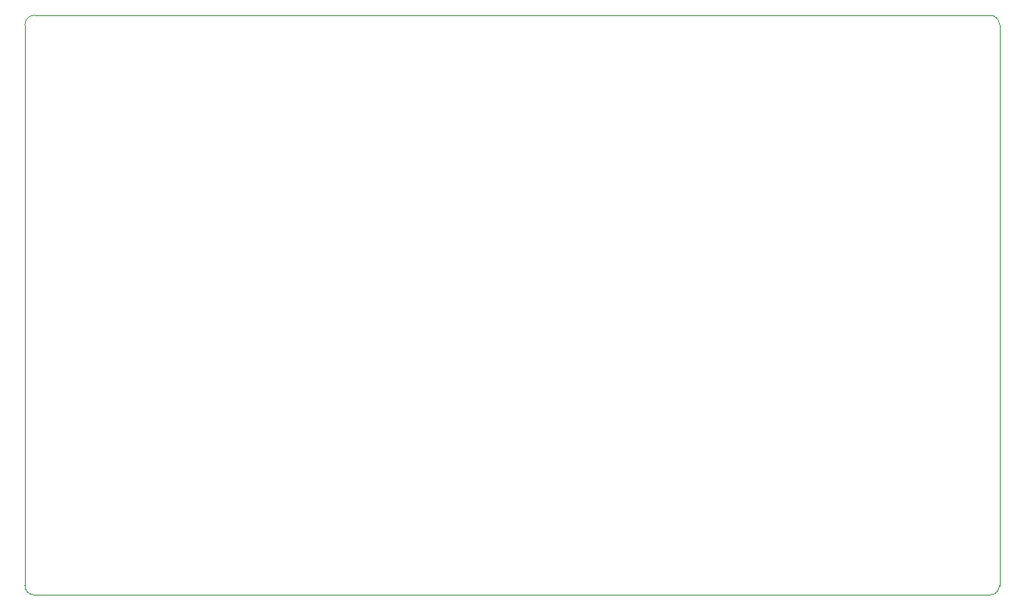
<source format=gm1>
G04 #@! TF.GenerationSoftware,KiCad,Pcbnew,6.0.6-1.fc36*
G04 #@! TF.CreationDate,2022-07-29T11:51:08+02:00*
G04 #@! TF.ProjectId,CosmicWatch-ventidue,436f736d-6963-4576-9174-63682d76656e,rev?*
G04 #@! TF.SameCoordinates,Original*
G04 #@! TF.FileFunction,Profile,NP*
%FSLAX46Y46*%
G04 Gerber Fmt 4.6, Leading zero omitted, Abs format (unit mm)*
G04 Created by KiCad (PCBNEW 6.0.6-1.fc36) date 2022-07-29 11:51:08*
%MOMM*%
%LPD*%
G01*
G04 APERTURE LIST*
G04 #@! TA.AperFunction,Profile*
%ADD10C,0.100000*%
G04 #@! TD*
G04 APERTURE END LIST*
D10*
X51000001Y-50000001D02*
G75*
G03*
X50000001Y-51000001I-1J-999999D01*
G01*
X151500000Y-111000000D02*
G75*
G03*
X152500000Y-110000000I0J1000000D01*
G01*
X51000000Y-111000000D02*
X151500000Y-111000000D01*
X151500000Y-50000001D02*
X51000001Y-50000001D01*
X50000000Y-110000000D02*
G75*
G03*
X51000000Y-111000000I1000000J0D01*
G01*
X152499999Y-51000001D02*
G75*
G03*
X151500000Y-50000001I-999999J1D01*
G01*
X50000001Y-51000001D02*
X50000000Y-110000000D01*
X152500000Y-110000000D02*
X152499999Y-51000001D01*
M02*

</source>
